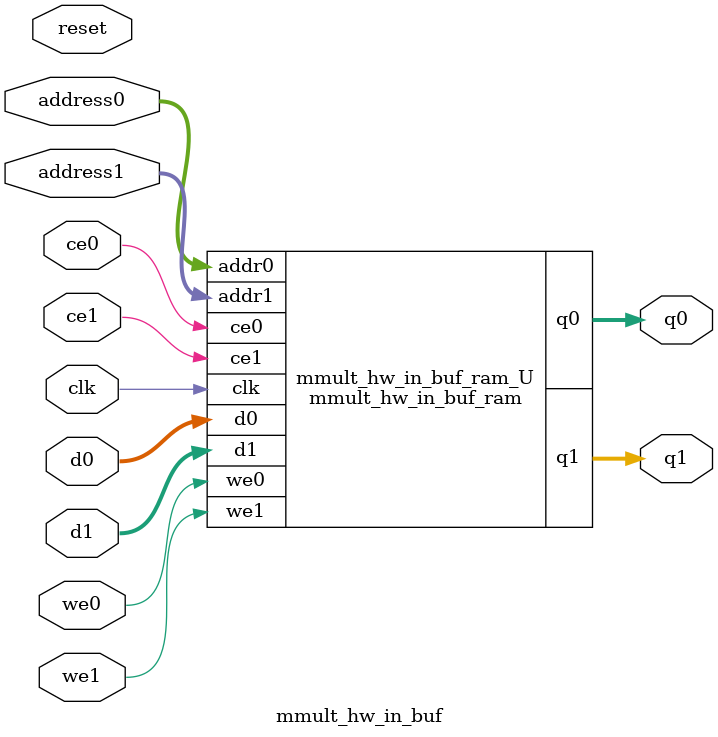
<source format=v>

`timescale 1 ns / 1 ps
module mmult_hw_in_buf_ram (addr0, ce0, d0, we0, q0, addr1, ce1, d1, we1, q1,  clk);

parameter DWIDTH = 32;
parameter AWIDTH = 11;
parameter MEM_SIZE = 2048;

input[AWIDTH-1:0] addr0;
input ce0;
input[DWIDTH-1:0] d0;
input we0;
output reg[DWIDTH-1:0] q0;
input[AWIDTH-1:0] addr1;
input ce1;
input[DWIDTH-1:0] d1;
input we1;
output reg[DWIDTH-1:0] q1;
input clk;

(* ram_style = "block" *)reg [DWIDTH-1:0] ram[0:MEM_SIZE-1];




always @(posedge clk)  
begin 
    if (ce0) 
    begin
        if (we0) 
        begin 
            ram[addr0] <= d0; 
            q0 <= d0;
        end 
        else 
            q0 <= ram[addr0];
    end
end


always @(posedge clk)  
begin 
    if (ce1) 
    begin
        if (we1) 
        begin 
            ram[addr1] <= d1; 
            q1 <= d1;
        end 
        else 
            q1 <= ram[addr1];
    end
end


endmodule


`timescale 1 ns / 1 ps
module mmult_hw_in_buf(
    reset,
    clk,
    address0,
    ce0,
    we0,
    d0,
    q0,
    address1,
    ce1,
    we1,
    d1,
    q1);

parameter DataWidth = 32'd32;
parameter AddressRange = 32'd2048;
parameter AddressWidth = 32'd11;
input reset;
input clk;
input[AddressWidth - 1:0] address0;
input ce0;
input we0;
input[DataWidth - 1:0] d0;
output[DataWidth - 1:0] q0;
input[AddressWidth - 1:0] address1;
input ce1;
input we1;
input[DataWidth - 1:0] d1;
output[DataWidth - 1:0] q1;



mmult_hw_in_buf_ram mmult_hw_in_buf_ram_U(
    .clk( clk ),
    .addr0( address0 ),
    .ce0( ce0 ),
    .d0( d0 ),
    .we0( we0 ),
    .q0( q0 ),
    .addr1( address1 ),
    .ce1( ce1 ),
    .d1( d1 ),
    .we1( we1 ),
    .q1( q1 ));

endmodule


</source>
